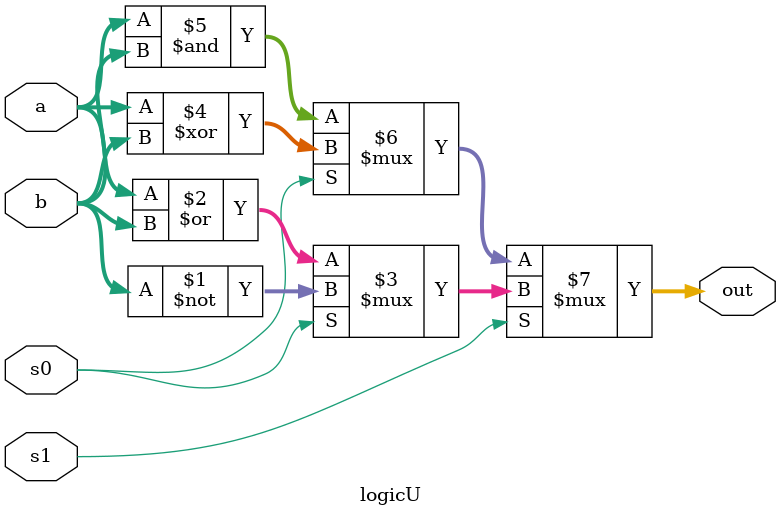
<source format=v>
module logicU (a,b,s1,s0,out);
input [7:0] a,b;
input s1,s0;
output wire [7:0] out;
assign out = s1? (s0 ? (~ b) : (a | b)) : (s0 ? (a ^ b) : (a & b));
endmodule 
</source>
